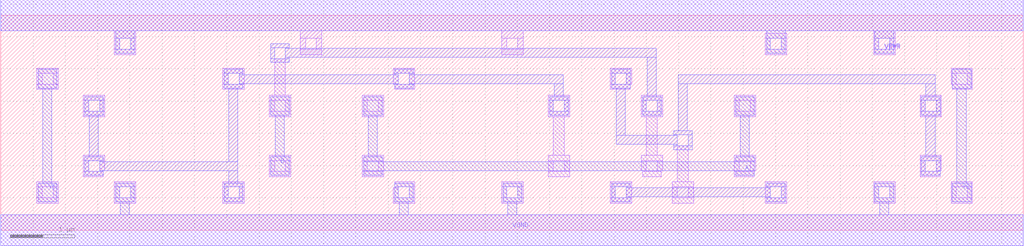
<source format=lef>
VERSION 5.7 ;
  NOWIREEXTENSIONATPIN ON ;
  DIVIDERCHAR "/" ;
  BUSBITCHARS "[]" ;
MACRO HAX1
  CLASS CORE ;
  FOREIGN HAX1 ;
  ORIGIN 0.000 0.000 ;
  SIZE 15.840 BY 3.330 ;
  SYMMETRY X Y R90 ;
  SITE unit ;
  PIN VPWR
    DIRECTION INOUT ;
    USE POWER ;
    SHAPE ABUTMENT ;
    PORT
      LAYER met1 ;
        RECT 0.000 3.090 15.840 3.570 ;
        RECT 1.780 2.970 2.070 3.090 ;
        RECT 1.780 2.800 1.840 2.970 ;
        RECT 2.010 2.800 2.070 2.970 ;
        RECT 1.780 2.740 2.070 2.800 ;
        RECT 11.860 2.970 12.150 3.090 ;
        RECT 11.860 2.800 11.920 2.970 ;
        RECT 12.090 2.800 12.150 2.970 ;
        RECT 11.860 2.740 12.150 2.800 ;
        RECT 13.540 2.970 13.830 3.090 ;
        RECT 13.540 2.800 13.600 2.970 ;
        RECT 13.770 2.800 13.830 2.970 ;
        RECT 13.540 2.740 13.830 2.800 ;
    END
    PORT
      LAYER li1 ;
        RECT 0.000 3.090 15.840 3.570 ;
        RECT 1.760 2.970 2.090 3.090 ;
        RECT 1.760 2.800 1.840 2.970 ;
        RECT 2.010 2.800 2.090 2.970 ;
        RECT 1.760 2.720 2.090 2.800 ;
        RECT 4.640 2.970 4.970 3.090 ;
        RECT 4.640 2.800 4.720 2.970 ;
        RECT 4.890 2.800 4.970 2.970 ;
        RECT 4.640 2.720 4.970 2.800 ;
        RECT 7.760 2.970 8.090 3.090 ;
        RECT 7.760 2.800 7.840 2.970 ;
        RECT 8.010 2.800 8.090 2.970 ;
        RECT 7.760 2.720 8.090 2.800 ;
        RECT 13.520 2.970 13.850 3.090 ;
        RECT 13.520 2.800 13.600 2.970 ;
        RECT 13.770 2.800 13.850 2.970 ;
        RECT 13.520 2.720 13.850 2.800 ;
    END
  END VPWR
  PIN VGND
    DIRECTION INOUT ;
    USE GROUND ;
    SHAPE ABUTMENT ;
    PORT
      LAYER met1 ;
        RECT 1.780 0.670 2.070 0.730 ;
        RECT 1.780 0.500 1.840 0.670 ;
        RECT 2.010 0.500 2.070 0.670 ;
        RECT 1.780 0.440 2.070 0.500 ;
        RECT 6.100 0.670 6.390 0.730 ;
        RECT 6.100 0.500 6.160 0.670 ;
        RECT 6.330 0.500 6.390 0.670 ;
        RECT 6.100 0.440 6.390 0.500 ;
        RECT 7.780 0.670 8.070 0.730 ;
        RECT 7.780 0.500 7.840 0.670 ;
        RECT 8.010 0.500 8.070 0.670 ;
        RECT 7.780 0.440 8.070 0.500 ;
        RECT 13.540 0.670 13.830 0.730 ;
        RECT 13.540 0.500 13.600 0.670 ;
        RECT 13.770 0.500 13.830 0.670 ;
        RECT 13.540 0.440 13.830 0.500 ;
        RECT 1.850 0.240 1.990 0.440 ;
        RECT 6.170 0.240 6.310 0.440 ;
        RECT 7.850 0.240 7.990 0.440 ;
        RECT 13.610 0.240 13.750 0.440 ;
        RECT 0.000 -0.240 15.840 0.240 ;
    END
    PORT
      LAYER li1 ;
        RECT 0.000 -0.240 15.840 0.240 ;
    END
  END VGND
  PIN YC
    DIRECTION INOUT ;
    USE SIGNAL ;
    SHAPE ABUTMENT ;
    PORT
      LAYER met1 ;
        RECT 0.580 2.200 0.870 2.490 ;
        RECT 0.650 0.730 0.790 2.200 ;
        RECT 0.580 0.440 0.870 0.730 ;
    END
  END YC
  PIN YS
    DIRECTION INOUT ;
    USE SIGNAL ;
    SHAPE ABUTMENT ;
    PORT
      LAYER met1 ;
        RECT 14.740 2.200 15.030 2.490 ;
        RECT 14.810 0.730 14.950 2.200 ;
        RECT 14.740 0.440 15.030 0.730 ;
    END
  END YS
  PIN B
    DIRECTION INOUT ;
    USE SIGNAL ;
    SHAPE ABUTMENT ;
    PORT
      LAYER met1 ;
        RECT 4.180 1.780 4.470 2.070 ;
        RECT 4.250 1.140 4.390 1.780 ;
        RECT 4.180 0.850 4.470 1.140 ;
    END
  END B
  PIN A
    DIRECTION INOUT ;
    USE SIGNAL ;
    SHAPE ABUTMENT ;
    PORT
      LAYER met1 ;
        RECT 5.620 1.780 5.910 2.070 ;
        RECT 11.380 1.780 11.670 2.070 ;
        RECT 5.690 1.140 5.830 1.780 ;
        RECT 11.450 1.140 11.590 1.780 ;
        RECT 5.620 1.060 5.910 1.140 ;
        RECT 11.380 1.060 11.670 1.140 ;
        RECT 5.620 0.920 11.670 1.060 ;
        RECT 5.620 0.850 5.910 0.920 ;
        RECT 11.380 0.850 11.670 0.920 ;
    END
  END A
  OBS
      LAYER li1 ;
        RECT 11.840 2.970 12.170 3.050 ;
        RECT 11.840 2.800 11.920 2.970 ;
        RECT 12.090 2.800 12.170 2.970 ;
        RECT 11.840 2.720 12.170 2.800 ;
        RECT 0.560 2.430 0.890 2.510 ;
        RECT 0.560 2.260 0.640 2.430 ;
        RECT 0.810 2.260 0.890 2.430 ;
        RECT 0.560 2.180 0.890 2.260 ;
        RECT 3.440 2.430 3.770 2.510 ;
        RECT 3.440 2.260 3.520 2.430 ;
        RECT 3.690 2.260 3.770 2.430 ;
        RECT 3.440 2.180 3.770 2.260 ;
        RECT 4.240 2.090 4.410 2.660 ;
        RECT 6.080 2.430 6.410 2.510 ;
        RECT 6.080 2.260 6.160 2.430 ;
        RECT 6.330 2.260 6.410 2.430 ;
        RECT 6.100 2.180 6.410 2.260 ;
        RECT 9.440 2.430 9.770 2.510 ;
        RECT 9.440 2.260 9.520 2.430 ;
        RECT 9.690 2.260 9.770 2.430 ;
        RECT 14.720 2.430 15.050 2.510 ;
        RECT 14.720 2.260 14.800 2.430 ;
        RECT 14.970 2.260 15.050 2.430 ;
        RECT 9.440 2.180 9.750 2.260 ;
        RECT 14.740 2.180 15.050 2.260 ;
        RECT 1.280 2.010 1.610 2.090 ;
        RECT 1.280 1.840 1.360 2.010 ;
        RECT 1.530 1.840 1.610 2.010 ;
        RECT 1.280 1.760 1.610 1.840 ;
        RECT 4.160 2.010 4.490 2.090 ;
        RECT 4.160 1.840 4.240 2.010 ;
        RECT 4.410 1.840 4.490 2.010 ;
        RECT 4.160 1.760 4.490 1.840 ;
        RECT 5.600 2.010 5.930 2.090 ;
        RECT 5.600 1.840 5.680 2.010 ;
        RECT 5.850 1.840 5.930 2.010 ;
        RECT 5.600 1.760 5.930 1.840 ;
        RECT 8.480 2.010 8.810 2.090 ;
        RECT 8.480 1.840 8.560 2.010 ;
        RECT 8.730 1.840 8.810 2.010 ;
        RECT 8.480 1.760 8.810 1.840 ;
        RECT 9.920 2.010 10.250 2.090 ;
        RECT 9.920 1.840 10.000 2.010 ;
        RECT 10.170 1.840 10.250 2.010 ;
        RECT 9.920 1.760 10.250 1.840 ;
        RECT 11.360 2.010 11.690 2.090 ;
        RECT 11.360 1.840 11.440 2.010 ;
        RECT 11.610 1.840 11.690 2.010 ;
        RECT 11.360 1.760 11.690 1.840 ;
        RECT 14.240 2.010 14.570 2.090 ;
        RECT 14.240 1.840 14.320 2.010 ;
        RECT 14.490 1.840 14.570 2.010 ;
        RECT 14.240 1.760 14.570 1.840 ;
        RECT 8.560 1.160 8.730 1.760 ;
        RECT 10.000 1.160 10.170 1.760 ;
        RECT 1.280 1.080 1.610 1.160 ;
        RECT 1.280 0.910 1.360 1.080 ;
        RECT 1.530 0.920 1.610 1.080 ;
        RECT 4.160 1.080 4.490 1.160 ;
        RECT 1.530 0.910 1.590 0.920 ;
        RECT 1.280 0.830 1.590 0.910 ;
        RECT 4.160 0.910 4.240 1.080 ;
        RECT 4.410 0.910 4.490 1.080 ;
        RECT 4.160 0.830 4.490 0.910 ;
        RECT 5.600 1.080 5.930 1.160 ;
        RECT 5.600 0.910 5.680 1.080 ;
        RECT 5.850 0.910 5.930 1.080 ;
        RECT 5.600 0.830 5.930 0.910 ;
        RECT 8.480 1.080 8.810 1.160 ;
        RECT 8.480 0.910 8.560 1.080 ;
        RECT 8.730 0.910 8.810 1.080 ;
        RECT 9.920 1.080 10.250 1.160 ;
        RECT 9.920 0.920 10.000 1.080 ;
        RECT 8.480 0.830 8.810 0.910 ;
        RECT 9.940 0.910 10.000 0.920 ;
        RECT 10.170 0.920 10.250 1.080 ;
        RECT 10.170 0.910 10.230 0.920 ;
        RECT 9.940 0.830 10.230 0.910 ;
        RECT 10.480 0.750 10.650 1.310 ;
        RECT 11.360 1.080 11.690 1.160 ;
        RECT 11.360 0.910 11.440 1.080 ;
        RECT 11.610 0.920 11.690 1.080 ;
        RECT 14.240 1.080 14.570 1.160 ;
        RECT 11.610 0.910 11.670 0.920 ;
        RECT 11.360 0.830 11.670 0.910 ;
        RECT 14.240 0.910 14.320 1.080 ;
        RECT 14.490 0.920 14.570 1.080 ;
        RECT 14.490 0.910 14.550 0.920 ;
        RECT 14.240 0.830 14.550 0.910 ;
        RECT 0.560 0.670 0.890 0.750 ;
        RECT 0.560 0.500 0.640 0.670 ;
        RECT 0.810 0.500 0.890 0.670 ;
        RECT 0.560 0.420 0.890 0.500 ;
        RECT 1.760 0.670 2.090 0.750 ;
        RECT 1.760 0.500 1.840 0.670 ;
        RECT 2.010 0.500 2.090 0.670 ;
        RECT 1.760 0.420 2.090 0.500 ;
        RECT 3.440 0.670 3.770 0.750 ;
        RECT 3.440 0.500 3.520 0.670 ;
        RECT 3.690 0.500 3.770 0.670 ;
        RECT 6.100 0.670 6.410 0.750 ;
        RECT 6.100 0.660 6.160 0.670 ;
        RECT 3.440 0.420 3.770 0.500 ;
        RECT 6.080 0.500 6.160 0.660 ;
        RECT 6.330 0.500 6.410 0.670 ;
        RECT 6.080 0.420 6.410 0.500 ;
        RECT 7.760 0.670 8.090 0.750 ;
        RECT 7.760 0.500 7.840 0.670 ;
        RECT 8.010 0.500 8.090 0.670 ;
        RECT 7.760 0.420 8.090 0.500 ;
        RECT 9.440 0.670 9.770 0.750 ;
        RECT 9.440 0.500 9.520 0.670 ;
        RECT 9.690 0.500 9.770 0.670 ;
        RECT 9.440 0.420 9.770 0.500 ;
        RECT 10.400 0.670 10.730 0.750 ;
        RECT 10.400 0.500 10.480 0.670 ;
        RECT 10.650 0.500 10.730 0.670 ;
        RECT 10.400 0.420 10.730 0.500 ;
        RECT 11.840 0.670 12.170 0.750 ;
        RECT 11.840 0.500 11.920 0.670 ;
        RECT 12.090 0.500 12.170 0.670 ;
        RECT 11.840 0.420 12.170 0.500 ;
        RECT 13.520 0.670 13.850 0.750 ;
        RECT 13.520 0.500 13.600 0.670 ;
        RECT 13.770 0.500 13.850 0.670 ;
        RECT 13.520 0.420 13.850 0.500 ;
        RECT 14.720 0.670 15.050 0.750 ;
        RECT 14.720 0.500 14.800 0.670 ;
        RECT 14.970 0.500 15.050 0.670 ;
        RECT 14.720 0.420 15.050 0.500 ;
      LAYER met1 ;
        RECT 4.180 2.830 4.470 2.890 ;
        RECT 4.180 2.660 4.240 2.830 ;
        RECT 4.410 2.820 4.470 2.830 ;
        RECT 4.410 2.680 10.150 2.820 ;
        RECT 4.410 2.660 4.470 2.680 ;
        RECT 4.180 2.600 4.470 2.660 ;
        RECT 3.460 2.430 3.750 2.490 ;
        RECT 3.460 2.260 3.520 2.430 ;
        RECT 3.690 2.410 3.750 2.430 ;
        RECT 6.100 2.430 6.390 2.490 ;
        RECT 6.100 2.410 6.160 2.430 ;
        RECT 3.690 2.270 6.160 2.410 ;
        RECT 3.690 2.260 3.750 2.270 ;
        RECT 3.460 2.200 3.750 2.260 ;
        RECT 6.100 2.260 6.160 2.270 ;
        RECT 6.330 2.410 6.390 2.430 ;
        RECT 9.460 2.430 9.750 2.490 ;
        RECT 6.330 2.270 8.710 2.410 ;
        RECT 6.330 2.260 6.390 2.270 ;
        RECT 6.100 2.200 6.390 2.260 ;
        RECT 1.300 2.010 1.590 2.070 ;
        RECT 1.300 1.840 1.360 2.010 ;
        RECT 1.530 1.840 1.590 2.010 ;
        RECT 1.300 1.780 1.590 1.840 ;
        RECT 1.370 1.140 1.510 1.780 ;
        RECT 1.300 1.080 1.590 1.140 ;
        RECT 1.300 0.910 1.360 1.080 ;
        RECT 1.530 1.060 1.590 1.080 ;
        RECT 3.530 1.060 3.670 2.200 ;
        RECT 8.570 2.070 8.710 2.270 ;
        RECT 9.460 2.260 9.520 2.430 ;
        RECT 9.690 2.260 9.750 2.430 ;
        RECT 9.460 2.200 9.750 2.260 ;
        RECT 8.500 2.010 8.790 2.070 ;
        RECT 8.500 1.840 8.560 2.010 ;
        RECT 8.730 1.840 8.790 2.010 ;
        RECT 8.500 1.780 8.790 1.840 ;
        RECT 9.530 1.470 9.670 2.200 ;
        RECT 10.010 2.070 10.150 2.680 ;
        RECT 10.490 2.270 14.470 2.410 ;
        RECT 9.940 2.010 10.230 2.070 ;
        RECT 9.940 1.840 10.000 2.010 ;
        RECT 10.170 1.840 10.230 2.010 ;
        RECT 9.940 1.780 10.230 1.840 ;
        RECT 10.490 1.540 10.630 2.270 ;
        RECT 14.330 2.070 14.470 2.270 ;
        RECT 14.260 2.010 14.550 2.070 ;
        RECT 14.260 1.840 14.320 2.010 ;
        RECT 14.490 1.840 14.550 2.010 ;
        RECT 14.260 1.780 14.550 1.840 ;
        RECT 10.420 1.480 10.710 1.540 ;
        RECT 10.420 1.470 10.480 1.480 ;
        RECT 9.530 1.330 10.480 1.470 ;
        RECT 10.420 1.310 10.480 1.330 ;
        RECT 10.650 1.310 10.710 1.480 ;
        RECT 10.420 1.250 10.710 1.310 ;
        RECT 14.330 1.140 14.470 1.780 ;
        RECT 1.530 0.920 3.670 1.060 ;
        RECT 1.530 0.910 1.590 0.920 ;
        RECT 1.300 0.850 1.590 0.910 ;
        RECT 3.530 0.730 3.670 0.920 ;
        RECT 14.260 1.080 14.550 1.140 ;
        RECT 14.260 0.910 14.320 1.080 ;
        RECT 14.490 0.910 14.550 1.080 ;
        RECT 14.260 0.850 14.550 0.910 ;
        RECT 3.460 0.670 3.750 0.730 ;
        RECT 3.460 0.500 3.520 0.670 ;
        RECT 3.690 0.500 3.750 0.670 ;
        RECT 3.460 0.440 3.750 0.500 ;
        RECT 9.460 0.670 9.750 0.730 ;
        RECT 9.460 0.500 9.520 0.670 ;
        RECT 9.690 0.660 9.750 0.670 ;
        RECT 11.860 0.670 12.150 0.730 ;
        RECT 11.860 0.660 11.920 0.670 ;
        RECT 9.690 0.520 11.920 0.660 ;
        RECT 9.690 0.500 9.750 0.520 ;
        RECT 9.460 0.440 9.750 0.500 ;
        RECT 11.860 0.500 11.920 0.520 ;
        RECT 12.090 0.500 12.150 0.670 ;
        RECT 11.860 0.440 12.150 0.500 ;
  END
END HAX1
END LIBRARY


</source>
